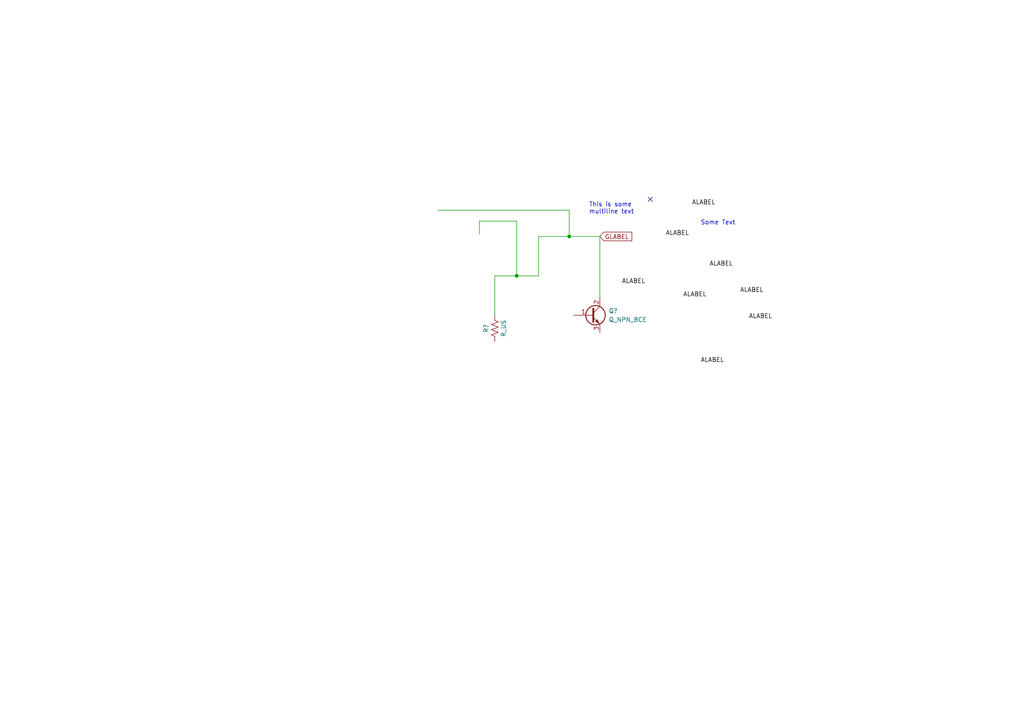
<source format=kicad_sch>
(kicad_sch (version 20211123) (generator eeschema)
  (paper "A4")
  (lib_symbols
    (symbol "Device:Q_NPN_BCE" (pin_names (offset 0) hide)
      (property "Reference" "Q" (at 5.08 1.27 0))
      (property "Value" "Q_NPN_BCE" (at 5.08 -1.27 0))
      (symbol "Q_NPN_BCE_0_1"
        (polyline (pts (xy 0.635 0.635) (xy 2.54 2.54)))
        (polyline (pts (xy 0.635 -0.635) (xy 2.54 -2.54) (xy 2.54 -2.54)))
        (polyline (pts (xy 0.635 1.905) (xy 0.635 -1.905) (xy 0.635 -1.905)) (stroke (width 0.508)))
        (polyline (pts (xy 1.27 -1.778) (xy 1.778 -1.27) (xy 2.286 -2.286) (xy 1.27 -1.778) (xy 1.27 -1.778)) (fill (type outline)))
        (circle (center 1.27 0) (radius 2.8194) (stroke (width 0.254)))
      )
      (symbol "Q_NPN_BCE_1_1"
        (pin input line (at -5.08 0 0) (length 5.715) (name "B") (number "1"))
        (pin passive line (at 2.54 5.08 270) (length 2.54) (name "C") (number "2"))
        (pin passive line (at 2.54 -5.08 90) (length 2.54) (name "E") (number "3"))
      )
    )
    (symbol "Device:R_US" (pin_numbers hide) (pin_names (offset 0))
      (property "Reference" "R" (at 2.54 0 90))
      (property "Value" "R_US" (at -2.54 0 90))
      (symbol "R_US_0_1"
        (polyline (pts (xy 0 -2.286) (xy 0 -2.54)))
        (polyline (pts (xy 0 2.286) (xy 0 2.54)))
        (polyline (pts (xy 0 -0.762) (xy 1.016 -1.143) (xy 0 -1.524) (xy -1.016 -1.905) (xy 0 -2.286)))
        (polyline (pts (xy 0 0.762) (xy 1.016 0.381) (xy 0 0) (xy -1.016 -0.381) (xy 0 -0.762)))
        (polyline (pts (xy 0 2.286) (xy 1.016 1.905) (xy 0 1.524) (xy -1.016 1.143) (xy 0 0.762)))
      )
      (symbol "R_US_1_1"
        (pin passive line (at 0 3.81 270) (length 1.27) (name "~") (number "1"))
        (pin passive line (at 0 -3.81 90) (length 1.27) (name "~") (number "2"))
      )
    )
  )
  (junction (at 165.1 68.58))
  (junction (at 149.86 80.01))
  (no_connect (at 188.595 57.785))
  (wire (pts (xy 156.21 80.01) (xy 156.21 68.58)))
  (wire (pts (xy 165.1 60.96) (xy 165.1 68.58)))
  (wire (pts (xy 149.86 80.01) (xy 156.21 80.01)))
  (wire (pts (xy 156.21 68.58) (xy 165.1 68.58)))
  (wire (pts (xy 149.86 80.01) (xy 149.86 64.135)))
  (wire (pts (xy 127 60.96) (xy 165.1 60.96)))
  (wire (pts (xy 143.51 91.44) (xy 143.51 80.01)))
  (wire (pts (xy 139.065 64.135) (xy 139.065 67.945)))
  (wire (pts (xy 149.86 64.135) (xy 139.065 64.135)))
  (wire (pts (xy 173.99 68.58) (xy 173.99 86.36)))
  (wire (pts (xy 143.51 80.01) (xy 149.86 80.01)))
  (wire (pts (xy 165.1 68.58) (xy 173.99 68.58)))
  (text "Some Text" (at 203.2 65.405 0) (effects (font (size 1.27 1.27)) (justify left bottom)))
  (text "This is some\nmultiline text" (at 170.815 62.23 0) (effects (font (size 1.27 1.27)) (justify left bottom)))
  (label "ALABEL" (at 217.17 92.71 0))
  (label "ALABEL" (at 180.34 82.55 0))
  (label "ALABEL" (at 205.74 77.47 0))
  (label "ALABEL" (at 214.63 85.09 0))
  (label "ALABEL" (at 198.12 86.36 0))
  (label "ALABEL" (at 203.2 105.41 0))
  (label "ALABEL" (at 193.04 68.58 0))
  (label "ALABEL" (at 200.66 59.69 0))
  (global_label "GLABEL" (shape input) (at 173.99 68.58 0) (property "Intersheet References" "${INTERSHEET_REFS}" (effects hide)))
  (symbol (lib_id "Device:Q_NPN_BCE") (at 171.45 91.44 0) (unit 1)
    (property "Reference" "Q?" (at 176.53 90.17 0) (effects (justify left)))
    (property "Value" "Q_NPN_BCE" (at 176.53 92.71 0) (effects (justify left)))
  )
  (symbol (lib_id "Device:R_US") (at 143.51 95.25 180) (unit 1)
    (property "Reference" "R?" (at 140.97 95.25 90))
    (property "Value" "R_US" (at 146.05 95.25 90))
  )
)
</source>
